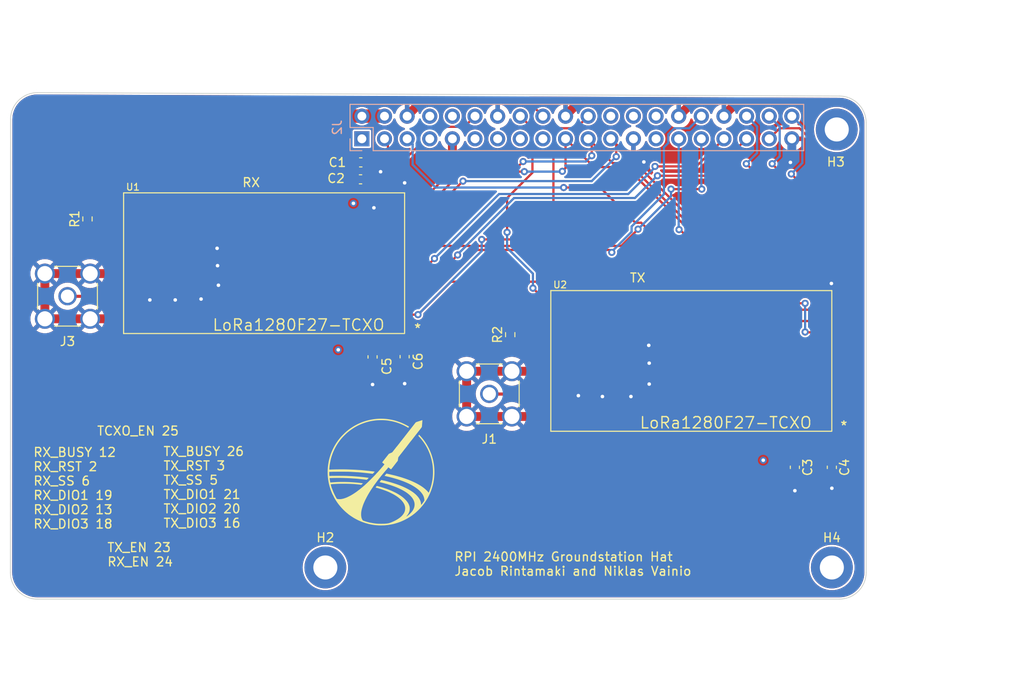
<source format=kicad_pcb>
(kicad_pcb (version 20240108) (generator "pcbnew") (generator_version "8.0")
  (title_block (title "Groundstation Hat") (date "2024-01-31"))
  (layers (0 "F.Cu" signal) (1 "In1.Cu" signal) (2 "In2.Cu" signal) (31 "B.Cu" signal) (34 "B.Paste" user) (35 "F.Paste" user) (36 "B.SilkS" user "B.Silkscreen") (37 "F.SilkS" user "F.Silkscreen") (38 "B.Mask" user) (39 "F.Mask" user) (44 "Edge.Cuts" user))
  (net 0 "")
  (net 1 "+5V")
  (net 2 "GND")
  (net 4 "RX_RST")
  (net 5 "TX_RST")
  (net 8 "RF_IO6")
  (net 11 "RF_TX_EN")
  (net 13 "RF_RX_EN")
  (net 14 "MOSI")
  (net 15 "MISO")
  (net 16 "TCXO_EN")
  (net 17 "SCLK")
  (net 22 "TX_CS")
  (net 23 "RX_CS")
  (net 24 "TX_BUSY")
  (net 25 "RF_IO4")
  (net 26 "RF_IO1")
  (net 27 "RF_IO5")
  (net 28 "RF_IO2")
  (net 29 "RF_IO3")
  (net 30 "Net-(J3-In)")
  (net 31 "RX_BUSY")
  (net 32 "Net-(U1-TXEN)")
  (net 33 "Net-(U2-RXEN)")
  (net 36 "Net-(J1-In)")
  (footprint "ssi_connector:SMA_Amphenol_901-144_horizontal" (layer "F.Cu") (at 140.11 99.18 180)
    (property "Reference" "J3" (at 0 -5.08 180) (layer "F.SilkS"))
    (property "Value" "Amphenol_901-144")
    (pad "1" thru_hole circle (at 0 0 180) (size 2.05 2.05) (drill 1.5) (layers "*.Cu" "*.Mask") (net 30 "Net-(J3-In)"))
    (pad "2" thru_hole circle (at -2.54 -2.54 180) (size 2.25 2.25) (drill 1.7) (layers "*.Cu" "*.Mask") (net 2 "GND"))
    (pad "2" thru_hole circle (at -2.54 2.54 180) (size 2.25 2.25) (drill 1.7) (layers "*.Cu" "*.Mask") (net 2 "GND"))
    (pad "2" thru_hole circle (at 2.54 -2.54 180) (size 2.25 2.25) (drill 1.7) (layers "*.Cu" "*.Mask") (net 2 "GND"))
    (pad "2" thru_hole circle (at 2.54 2.54 180) (size 2.25 2.25) (drill 1.7) (layers "*.Cu" "*.Mask") (net 2 "GND"))
  )
  (footprint "Resistor_SMD:R_0603_1608Metric" (layer "F.Cu") (at 142.35 90.5 90)
    (property "Reference" "R1" (at 0 -1.43 90) (layer "F.SilkS"))
    (property "Value" "10k")
    (pad "1" smd roundrect (at -0.825 0 90) (size 0.8 0.95) (layers "F.Cu" "F.Paste" "F.Mask") (net 2 "GND"))
    (pad "2" smd roundrect (at 0.825 0 90) (size 0.8 0.95) (layers "F.Cu" "F.Paste" "F.Mask") (net 32 "Net-(U1-TXEN)"))
  )
  (footprint "ssi_drawings:logo_SSI_medium" (layer "F.Cu") (at 175.174473 120.644051)
    (property "Reference" "G***" (hide yes))
    (property "Value" "logo_SSI_medium" (hide yes))
  )
  (footprint "MountingHole:MountingHole_2.7mm_M2.5_DIN965_Pad" (layer "F.Cu") (at 225.9 129.65)
    (property "Reference" "H4" (at 0 -3.35 0) (layer "F.SilkS"))
    (property "Value" "MountingHole")
    (pad "1" thru_hole circle (at 0 0) (size 4.7 4.7) (drill 2.7) (layers "*.Cu" "*.Mask"))
  )
  (footprint "Capacitor_SMD:C_0603_1608Metric" (layer "F.Cu") (at 221.75 118.4 -90)
    (property "Reference" "C3" (at 0 -1.43 90) (layer "F.SilkS"))
    (property "Value" "10uF")
    (pad "1" smd roundrect (at -0.775 0 270) (size 0.9 0.95) (layers "F.Cu" "F.Paste" "F.Mask") (net 1 "+5V"))
    (pad "2" smd roundrect (at 0.775 0 270) (size 0.9 0.95) (layers "F.Cu" "F.Paste" "F.Mask") (net 2 "GND"))
  )
  (footprint "Capacitor_SMD:C_0603_1608Metric" (layer "F.Cu") (at 173.025 84.15)
    (property "Reference" "C1" (at -2.625 0 0) (layer "F.SilkS"))
    (property "Value" "10uF")
    (pad "1" smd roundrect (at -0.775 0) (size 0.9 0.95) (layers "F.Cu" "F.Paste" "F.Mask") (net 1 "+5V"))
    (pad "2" smd roundrect (at 0.775 0) (size 0.9 0.95) (layers "F.Cu" "F.Paste" "F.Mask") (net 2 "GND"))
  )
  (footprint "Capacitor_SMD:C_0603_1608Metric" (layer "F.Cu") (at 177.95 105.975 -90)
    (property "Reference" "C6" (at 0.525 -1.5 90) (layer "F.SilkS"))
    (property "Value" "0.1uF")
    (pad "1" smd roundrect (at -0.775 0 270) (size 0.9 0.95) (layers "F.Cu" "F.Paste" "F.Mask") (net 1 "+5V"))
    (pad "2" smd roundrect (at 0.775 0 270) (size 0.9 0.95) (layers "F.Cu" "F.Paste" "F.Mask") (net 2 "GND"))
  )
  (footprint "MountingHole:MountingHole_2.7mm_M2.5_DIN965_Pad" (layer "F.Cu") (at 226.45 80.45)
    (property "Reference" "H3" (at -0.1 3.65 0) (layer "F.SilkS"))
    (property "Value" "MountingHole")
    (pad "1" thru_hole circle (at 0 0) (size 4.7 4.7) (drill 2.7) (layers "*.Cu" "*.Mask"))
  )
  (footprint "Capacitor_SMD:C_0603_1608Metric" (layer "F.Cu") (at 174.35 106 -90)
    (property "Reference" "C5" (at 1.05 -1.6 90) (layer "F.SilkS"))
    (property "Value" "10uF")
    (pad "1" smd roundrect (at -0.775 0 270) (size 0.9 0.95) (layers "F.Cu" "F.Paste" "F.Mask") (net 1 "+5V"))
    (pad "2" smd roundrect (at 0.775 0 270) (size 0.9 0.95) (layers "F.Cu" "F.Paste" "F.Mask") (net 2 "GND"))
  )
  (footprint "ssi_connector:SMA_Amphenol_901-144_horizontal" (layer "F.Cu") (at 187.45 110.15 180)
    (property "Reference" "J1" (at 0 -5.08 180) (layer "F.SilkS"))
    (property "Value" "Amphenol_901-144")
    (pad "1" thru_hole circle (at 0 0 180) (size 2.05 2.05) (drill 1.5) (layers "*.Cu" "*.Mask") (net 36 "Net-(J1-In)"))
    (pad "2" thru_hole circle (at -2.54 -2.54 180) (size 2.25 2.25) (drill 1.7) (layers "*.Cu" "*.Mask") (net 2 "GND"))
    (pad "2" thru_hole circle (at -2.54 2.54 180) (size 2.25 2.25) (drill 1.7) (layers "*.Cu" "*.Mask") (net 2 "GND"))
    (pad "2" thru_hole circle (at 2.54 -2.54 180) (size 2.25 2.25) (drill 1.7) (layers "*.Cu" "*.Mask") (net 2 "GND"))
    (pad "2" thru_hole circle (at 2.54 2.54 180) (size 2.25 2.25) (drill 1.7) (layers "*.Cu" "*.Mask") (net 2 "GND"))
  )
  (footprint "Capacitor_SMD:C_0603_1608Metric" (layer "F.Cu") (at 173 86.05)
    (property "Reference" "C2" (at -2.75 -0.1 0) (layer "F.SilkS"))
    (property "Value" "0.1uF")
    (pad "1" smd roundrect (at -0.775 0) (size 0.9 0.95) (layers "F.Cu" "F.Paste" "F.Mask") (net 1 "+5V"))
    (pad "2" smd roundrect (at 0.775 0) (size 0.9 0.95) (layers "F.Cu" "F.Paste" "F.Mask") (net 2 "GND"))
  )
  (footprint "ssi_IC:LORA128XF27" (layer "F.Cu") (at 194.355 99.15)
    (property "Reference" "U2" (at 0.2 -1.7 0) (layer "F.SilkS") (effects (font (size 0.762 0.762) (thickness 0.127)) (justify left top)))
    (property "Value" "LoRa1280F27-TCXO" (at 9.9 13.5 0) (layer "F.SilkS") (effects (font (size 1.27 1.27)) (justify left top)))
    (fp_text user "*" (at 32.415 15.17 0) (layer "F.SilkS") (effects (justify left bottom)))
    (pad "1" smd rect (at 31.54 14.25 180) (size 1.5 0.975) (layers "F.Cu" "F.Paste" "F.Mask") (net 1 "+5V"))
    (pad "2" smd rect (at 31.54 12.98 180) (size 1.5 0.975) (layers "F.Cu" "F.Paste" "F.Mask") (net 16 "TCXO_EN"))
    (pad "3" smd rect (at 31.54 11.71 180) (size 1.5 0.975) (layers "F.Cu" "F.Paste" "F.Mask") (net 5 "TX_RST"))
    (pad "4" smd rect (at 31.54 10.44 180) (size 1.5 0.975) (layers "F.Cu" "F.Paste" "F.Mask") (net 24 "TX_BUSY"))
    (pad "5" smd rect (at 31.54 9.17 180) (size 1.5 0.975) (layers "F.Cu" "F.Paste" "F.Mask") (net 26 "RF_IO1"))
    (pad "6" smd rect (at 31.54 7.9 180) (size 1.5 0.975) (layers "F.Cu" "F.Paste" "F.Mask") (net 28 "RF_IO2"))
    (pad "7" smd rect (at 31.54 6.63 180) (size 1.5 0.975) (layers "F.Cu" "F.Paste" "F.Mask") (net 29 "RF_IO3"))
    (pad "8" smd rect (at 31.54 5.36 180) (size 1.5 0.975) (layers "F.Cu" "F.Paste" "F.Mask") (net 22 "TX_CS"))
    (pad "9" smd rect (at 31.54 4.09 180) (size 1.5 0.975) (layers "F.Cu" "F.Paste" "F.Mask") (net 17 "SCLK"))
    (pad "10" smd rect (at 31.54 2.82 180) (size 1.5 0.975) (layers "F.Cu" "F.Paste" "F.Mask") (net 14 "MOSI"))
    (pad "11" smd rect (at 31.54 1.55 180) (size 1.5 0.975) (layers "F.Cu" "F.Paste" "F.Mask") (net 15 "MISO"))
    (pad "12" smd rect (at 31.54 0.28 180) (size 1.5 0.975) (layers "F.Cu" "F.Paste" "F.Mask") (net 2 "GND"))
    (pad "13" smd rect (at 0 1.5 180) (size 2 1.3) (layers "F.Cu" "F.Paste" "F.Mask") (net 11 "RF_TX_EN"))
    (pad "14" smd rect (at 0 3.5 180) (size 2 1.3) (layers "F.Cu" "F.Paste" "F.Mask") (net 33 "Net-(U2-RXEN)"))
    (pad "15" smd rect (at 0 5.5 180) (size 2 1.3) (layers "F.Cu" "F.Paste" "F.Mask") (net 2 "GND"))
    (pad "16" smd rect (at 0 7.5 180) (size 2 1.3) (layers "F.Cu" "F.Paste" "F.Mask") (net 2 "GND"))
    (pad "17" smd rect (at 0 11.02 180) (size 2 1.3) (layers "F.Cu" "F.Paste" "F.Mask") (net 36 "Net-(J1-In)"))
    (pad "18" smd rect (at 0 13.02 180) (size 2 1.3) (layers "F.Cu" "F.Paste" "F.Mask") (net 2 "GND"))
    (pad "19" smd rect (at 5.9 7.75 180) (size 7.3 5.1) (layers "F.Cu" "F.Paste" "F.Mask") (net 2 "GND"))
  )
  (footprint "Resistor_SMD:R_0603_1608Metric" (layer "F.Cu") (at 189.8 103.5 90)
    (property "Reference" "R2" (at 0 -1.43 90) (layer "F.SilkS"))
    (property "Value" "10k")
    (pad "1" smd roundrect (at -0.825 0 90) (size 0.8 0.95) (layers "F.Cu" "F.Paste" "F.Mask") (net 2 "GND"))
    (pad "2" smd roundrect (at 0.825 0 90) (size 0.8 0.95) (layers "F.Cu" "F.Paste" "F.Mask") (net 33 "Net-(U2-RXEN)"))
  )
  (footprint "MountingHole:MountingHole_2.7mm_M2.5_DIN965_Pad" (layer "F.Cu") (at 169.05 129.65)
    (property "Reference" "H2" (at 0 -3.35 0) (layer "F.SilkS"))
    (property "Value" "MountingHole")
    (pad "1" thru_hole circle (at 0 0) (size 4.7 4.7) (drill 2.7) (layers "*.Cu" "*.Mask"))
  )
  (footprint "Capacitor_SMD:C_0603_1608Metric" (layer "F.Cu") (at 225.9 118.4 -90)
    (property "Reference" "C4" (at 0 -1.43 90) (layer "F.SilkS"))
    (property "Value" "0.1uF")
    (pad "1" smd roundrect (at -0.775 0 270) (size 0.9 0.95) (layers "F.Cu" "F.Paste" "F.Mask") (net 1 "+5V"))
    (pad "2" smd roundrect (at 0.775 0 270) (size 0.9 0.95) (layers "F.Cu" "F.Paste" "F.Mask") (net 2 "GND"))
  )
  (footprint "ssi_IC:LORA128XF27" (layer "F.Cu") (at 146.405 88.17)
    (property "Reference" "U1" (at 0.2 -1.7 0) (layer "F.SilkS") (effects (font (size 0.762 0.762) (thickness 0.127)) (justify left top)))
    (property "Value" "LoRa1280F27-TCXO" (at 9.9 13.5 0) (layer "F.SilkS") (effects (font (size 1.27 1.27)) (justify left top)))
    (fp_text user "*" (at 32.525 15.22 0) (layer "F.SilkS") (effects (justify left bottom)))
    (pad "1" smd rect (at 31.54 14.25 180) (size 1.5 0.975) (layers "F.Cu" "F.Paste" "F.Mask") (net 1 "+5V"))
    (pad "2" smd rect (at 31.54 12.98 180) (size 1.5 0.975) (layers "F.Cu" "F.Paste" "F.Mask") (net 16 "TCXO_EN"))
    (pad "3" smd rect (at 31.54 11.71 180) (size 1.5 0.975) (layers "F.Cu" "F.Paste" "F.Mask") (net 4 "RX_RST"))
    (pad "4" smd rect (at 31.54 10.44 180) (size 1.5 0.975) (layers "F.Cu" "F.Paste" "F.Mask") (net 31 "RX_BUSY"))
    (pad "5" smd rect (at 31.54 9.17 180) (size 1.5 0.975) (layers "F.Cu" "F.Paste" "F.Mask") (net 25 "RF_IO4"))
    (pad "6" smd rect (at 31.54 7.9 180) (size 1.5 0.975) (layers "F.Cu" "F.Paste" "F.Mask") (net 27 "RF_IO5"))
    (pad "7" smd rect (at 31.54 6.63 180) (size 1.5 0.975) (layers "F.Cu" "F.Paste" "F.Mask") (net 8 "RF_IO6"))
    (pad "8" smd rect (at 31.54 5.36 180) (size 1.5 0.975) (layers "F.Cu" "F.Paste" "F.Mask") (net 23 "RX_CS"))
    (pad "9" smd rect (at 31.54 4.09 180) (size 1.5 0.975) (layers "F.Cu" "F.Paste" "F.Mask") (net 17 "SCLK"))
    (pad "10" smd rect (at 31.54 2.82 180) (size 1.5 0.975) (layers "F.Cu" "F.Paste" "F.Mask") (net 14 "MOSI"))
    (pad "11" smd rect (at 31.54 1.55 180) (size 1.5 0.975) (layers "F.Cu" "F.Paste" "F.Mask") (net 15 "MISO"))
    (pad "12" smd rect (at 31.54 0.28 180) (size 1.5 0.975) (layers "F.Cu" "F.Paste" "F.Mask") (net 2 "GND"))
    (pad "13" smd rect (at 0 1.5 180) (size 2 1.3) (layers "F.Cu" "F.Paste" "F.Mask") (net 32 "Net-(U1-TXEN)"))
    (pad "14" smd rect (at 0 3.5 180) (size 2 1.3) (layers "F.Cu" "F.Paste" "F.Mask") (net 13 "RF_RX_EN"))
    (pad "15" smd rect (at 0 5.5 180) (size 2 1.3) (layers "F.Cu" "F.Paste" "F.Mask") (net 2 "GND"))
    (pad "16" smd rect (at 0 7.5 180) (size 2 1.3) (layers "F.Cu" "F.Paste" "F.Mask") (net 2 "GND"))
    (pad "17" smd rect (at 0 11.02 180) (size 2 1.3) (layers "F.Cu" "F.Paste" "F.Mask") (net 30 "Net-(J3-In)"))
    (pad "18" smd rect (at 0 13.02 180) (size 2 1.3) (layers "F.Cu" "F.Paste" "F.Mask") (net 2 "GND"))
    (pad "19" smd rect (at 5.9 7.75 180) (size 7.3 5.1) (layers "F.Cu" "F.Paste" "F.Mask") (net 2 "GND"))
  )
  (footprint "ssi_connector:PRT-21570" (layer "B.Cu") (at 173.15 81.5 -90)
    (property "Reference" "J2" (at -1.27 2.77 90) (layer "B.SilkS") (effects (justify mirror)))
    (property "Value" "PRT-21570")
    (pad "1" thru_hole rect (at 0 0 270) (size 1.7 1.7) (drill 1) (layers "*.Cu" "*.Mask"))
    (pad "2" thru_hole oval (at -2.54 0 270) (size 1.7 1.7) (drill 1) (layers "*.Cu" "*.Mask") (net 1 "+5V"))
    (pad "3" thru_hole oval (at 0 -2.54 270) (size 1.7 1.7) (drill 1) (layers "*.Cu" "*.Mask") (net 4 "RX_RST"))
    (pad "4" thru_hole oval (at -2.54 -2.54 270) (size 1.7 1.7) (drill 1) (layers "*.Cu" "*.Mask") (net 1 "+5V"))
    (pad "5" thru_hole oval (at 0 -5.08 270) (size 1.7 1.7) (drill 1) (layers "*.Cu" "*.Mask") (net 5 "TX_RST"))
    (pad "6" thru_hole oval (at -2.54 -5.08 270) (size 1.7 1.7) (drill 1) (layers "*.Cu" "*.Mask") (net 2 "GND"))
    (pad "7" thru_hole oval (at 0 -7.62 270) (size 1.7 1.7) (drill 1) (layers "*.Cu" "*.Mask"))
    (pad "8" thru_hole oval (at -2.54 -7.62 270) (size 1.7 1.7) (drill 1) (layers "*.Cu" "*.Mask"))
    (pad "9" thru_hole oval (at 0 -10.16 270) (size 1.7 1.7) (drill 1) (layers "*.Cu" "*.Mask") (net 2 "GND"))
    (pad "10" thru_hole oval (at -2.54 -10.16 270) (size 1.7 1.7) (drill 1) (layers "*.Cu" "*.Mask"))
    (pad "11" thru_hole oval (at 0 -12.7 270) (size 1.7 1.7) (drill 1) (layers "*.Cu" "*.Mask"))
    (pad "12" thru_hole oval (at -2.54 -12.7 270) (size 1.7 1.7) (drill 1) (layers "*.Cu" "*.Mask") (net 8 "RF_IO6"))
    (pad "13" thru_hole oval (at 0 -15.24 270) (size 1.7 1.7) (drill 1) (layers "*.Cu" "*.Mask"))
    (pad "14" thru_hole oval (at -2.54 -15.24 270) (size 1.7 1.7) (drill 1) (layers "*.Cu" "*.Mask") (net 2 "GND"))
    (pad "15" thru_hole oval (at 0 -17.78 270) (size 1.7 1.7) (drill 1) (layers "*.Cu" "*.Mask"))
    (pad "16" thru_hole oval (at -2.54 -17.78 270) (size 1.7 1.7) (drill 1) (layers "*.Cu" "*.Mask") (net 11 "RF_TX_EN"))
    (pad "17" thru_hole oval (at 0 -20.32 270) (size 1.7 1.7) (drill 1) (layers "*.Cu" "*.Mask"))
    (pad "18" thru_hole oval (at -2.54 -20.32 270) (size 1.7 1.7) (drill 1) (layers "*.Cu" "*.Mask") (net 13 "RF_RX_EN"))
    (pad "19" thru_hole oval (at 0 -22.86 270) (size 1.7 1.7) (drill 1) (layers "*.Cu" "*.Mask") (net 14 "MOSI"))
    (pad "20" thru_hole oval (at -2.54 -22.86 270) (size 1.7 1.7) (drill 1) (layers "*.Cu" "*.Mask") (net 2 "GND"))
    (pad "21" thru_hole oval (at 0 -25.4 270) (size 1.7 1.7) (drill 1) (layers "*.Cu" "*.Mask") (net 15 "MISO"))
    (pad "22" thru_hole oval (at -2.54 -25.4 270) (size 1.7 1.7) (drill 1) (layers "*.Cu" "*.Mask") (net 16 "TCXO_EN"))
    (pad "23" thru_hole oval (at 0 -27.94 270) (size 1.7 1.7) (drill 1) (layers "*.Cu" "*.Mask") (net 17 "SCLK"))
    (pad "24" thru_hole oval (at -2.54 -27.94 270) (size 1.7 1.7) (drill 1) (layers "*.Cu" "*.Mask"))
    (pad "25" thru_hole oval (at 0 -30.48 270) (size 1.7 1.7) (drill 1) (layers "*.Cu" "*.Mask") (net 2 "GND"))
    (pad "26" thru_hole oval (at -2.54 -30.48 270) (size 1.7 1.7) (drill 1) (layers "*.Cu" "*.Mask"))
    (pad "27" thru_hole oval (at 0 -33.02 270) (size 1.7 1.7) (drill 1) (layers "*.Cu" "*.Mask"))
    (pad "28" thru_hole oval (at -2.54 -33.02 270) (size 1.7 1.7) (drill 1) (layers "*.Cu" "*.Mask"))
    (pad "29" thru_hole oval (at 0 -35.56 270) (size 1.7 1.7) (drill 1) (layers "*.Cu" "*.Mask") (net 22 "TX_CS"))
    (pad "30" thru_hole oval (at -2.54 -35.56 270) (size 1.7 1.7) (drill 1) (layers "*.Cu" "*.Mask") (net 2 "GND"))
    (pad "31" thru_hole oval (at 0 -38.1 270) (size 1.7 1.7) (drill 1) (layers "*.Cu" "*.Mask") (net 23 "RX_CS"))
    (pad "32" thru_hole oval (at -2.54 -38.1 270) (size 1.7 1.7) (drill 1) (layers "*.Cu" "*.Mask") (net 31 "RX_BUSY"))
    (pad "33" thru_hole oval (at 0 -40.64 270) (size 1.7 1.7) (drill 1) (layers "*.Cu" "*.Mask") (net 27 "RF_IO5"))
    (pad "34" thru_hole oval (at -2.54 -40.64 270) (size 1.7 1.7) (drill 1) (layers "*.Cu" "*.Mask") (net 2 "GND"))
    (pad "35" thru_hole oval (at 0 -43.18 270) (size 1.7 1.7) (drill 1) (layers "*.Cu" "*.Mask") (net 25 "RF_IO4"))
    (pad "36" thru_hole oval (at -2.54 -43.18 270) (size 1.7 1.7) (drill 1) (layers "*.Cu" "*.Mask") (net 29 "RF_IO3"))
    (pad "37" thru_hole oval (at 0 -45.72 270) (size 1.7 1.7) (drill 1) (layers "*.Cu" "*.Mask") (net 24 "TX_BUSY"))
    (pad "38" thru_hole oval (at -2.54 -45.72 270) (size 1.7 1.7) (drill 1) (layers "*.Cu" "*.Mask") (net 28 "RF_IO2"))
    (pad "39" thru_hole oval (at 0 -48.26 270) (size 1.7 1.7) (drill 1) (layers "*.Cu" "*.Mask") (net 2 "GND"))
    (pad "40" thru_hole oval (at -2.54 -48.26 270) (size 1.7 1.7) (drill 1) (layers "*.Cu" "*.Mask") (net 26 "RF_IO1"))
  )
  (gr_arc (start 226.75 76.700001) (mid 228.87132 77.578681) (end 229.75 79.700001) (stroke (width 0.1)) (layer "Edge.Cuts"))
  (gr_line (start 136.7 133.2) (end 226.75 133.200001) (stroke (width 0.1)) (layer "Edge.Cuts"))
  (gr_line (start 229.75 79.700001) (end 229.75 130.200001) (stroke (width 0.1)) (layer "Edge.Cuts"))
  (gr_line (start 136.72132 76.32132) (end 226.75 76.700001) (stroke (width 0.1)) (layer "Edge.Cuts"))
  (gr_line (start 133.72132 79.32132) (end 133.7 130.2) (stroke (width 0.1)) (layer "Edge.Cuts"))
  (gr_arc (start 229.75 130.200001) (mid 228.87132 132.321321) (end 226.75 133.200001) (stroke (width 0.1)) (layer "Edge.Cuts"))
  (gr_arc (start 136.7 133.2) (mid 134.57868 132.32132) (end 133.7 130.2) (stroke (width 0.1)) (layer "Edge.Cuts"))
  (gr_arc (start 133.72132 79.32132) (mid 134.6 77.2) (end 136.72132 76.32132) (stroke (width 0.1)) (layer "Edge.Cuts"))
  (gr_text "RX_BUSY 12 \nRX_RST 2 \nRX_SS 6 \nRX_DIO1 19\nRX_DIO2 13\nRX_DIO3 18 \n" (at 136.2 125.35 0) (layer "F.SilkS") (effects (font (size 1 1)) (justify left bottom)))
  (gr_text "TX" (at 203.15 97.7 0) (layer "F.SilkS") (effects (font (size 1 1)) (justify left bottom)))
  (gr_text "RX" (at 159.65 87 0) (layer "F.SilkS") (effects (font (size 1 1)) (justify left bottom)))
  (gr_text "TX_EN 23 \nRX_EN 24\n" (at 144.5 129.6 0) (layer "F.SilkS") (effects (font (size 1 1)) (justify left bottom)))
  (gr_text "TX_BUSY 26 \nTX_RST 3\nTX_SS 5 \nTX_DIO1 21\nTX_DIO2 20\nTX_DIO3 16 \n" (at 150.8 125.25 0) (layer "F.SilkS") (effects (font (size 1 1)) (justify left bottom)))
  (gr_text "RPI 2400MHz Groundstation Hat \nJacob Rintamaki and Niklas Vainio" (at 183.45 130.65 0) (layer "F.SilkS") (effects (font (size 1 1)) (justify left bottom)))
  (gr_text "TCXO_EN 25" (at 143.35 114.9 0) (layer "F.SilkS") (effects (font (size 1 1)) (justify left bottom)))
  (segment (start 225.9 117.625) (end 225.9 113.5725) (width 1.5) (layer "F.Cu") (net 1))
  (segment (start 172.225 88.725) (end 172.2 88.75) (width 1.5) (layer "F.Cu") (net 1))
  (segment (start 171.947919 78.95) (end 173.15 78.95) (width 1.5) (layer "F.Cu") (net 1))
  (segment (start 172.25 84.15) (end 172.21 84.15) (width 1.5) (layer "F.Cu") (net 1))
  (segment (start 218.225 117.625) (end 218.2 117.6) (width 1) (layer "F.Cu") (net 1))
  (segment (start 170.35 82.29) (end 170.35 80.547919) (width 1.5) (layer "F.Cu") (net 1))
  (segment (start 177.945 105.195) (end 177.945 102.5875) (width 1.5) (layer "F.Cu") (net 1))
  (segment (start 225.895 117.62) (end 225.9 117.625) (width 0.25) (layer "F.Cu") (net 1))
  (segment (start 172.25 86.025) (end 172.225 86.05) (width 1.5) (layer "F.Cu") (net 1))
  (segment (start 170.525 105.225) (end 170.5 105.2) (width 1.5) (layer "F.Cu") (net 1))
  (segment (start 172.225 86.05) (end 172.225 88.525) (width 1.5) (layer "F.Cu") (net 1))
  (segment (start 173.15 78.95) (end 175.69 78.95) (width 1.5) (layer "F.Cu") (net 1))
  (segment (start 177.95 105.2) (end 174.375 105.2) (width 1.5) (layer "F.Cu") (net 1))
  (segment (start 221.75 117.625) (end 218.225 117.625) (width 1.5) (layer "F.Cu") (net 1))
  (segment (start 174.35 105.225) (end 170.525 105.225) (width 1.5) (layer "F.Cu") (net 1))
  (segment (start 225.89 117.625) (end 221.75 117.625) (width 1.5) (layer "F.Cu") (net 1))
  (segment (start 170.35 80.547919) (end 171.947919 78.95) (width 1.5) (layer "F.Cu") (net 1))
  (segment (start 172.225 88.525) (end 172.225 88.725) (width 1.5) (layer "F.Cu") (net 1))
  (segment (start 225.9 113.5725) (end 225.895 113.5675) (width 0.25) (layer "F.Cu") (net 1))
  (segment (start 225.895 117.62) (end 225.89 117.625) (width 0.25) (layer "F.Cu") (net 1))
  (segment (start 172.25 84.15) (end 172.25 86.025) (width 1.5) (layer "F.Cu") (net 1))
  (segment (start 172.21 84.15) (end 170.35 82.29) (width 1.5) (layer "F.Cu") (net 1))
  (via (at 172.2 88.75) (size 0.8) (drill 0.4) (layers "F.Cu" "B.Cu") (net 1))
  (via (at 218.2 117.6) (size 0.8) (drill 0.4) (layers "F.Cu" "B.Cu") (net 1))
  (via (at 170.5 105.2) (size 0.8) (drill 0.4) (layers "F.Cu" "B.Cu") (net 1))
  (segment (start 174.2 84.15) (end 175.25 85.2) (width 1) (layer "F.Cu") (net 2))
  (segment (start 193.395 107.61) (end 194.355 106.65) (width 1) (layer "F.Cu") (net 2))
  (segment (start 189.99 107.61) (end 184.91 107.61) (width 1) (layer "F.Cu") (net 2))
  (segment (start 153.98 95.92) (end 154 95.9) (width 0.25) (layer "F.Cu") (net 2))
  (segment (start 177.945 88.45) (end 177.945 86.455) (width 1) (layer "F.Cu") (net 2))
  (segment (start 183.31 81.49) (end 183.31 83.04) (width 1) (layer "F.Cu") (net 2))
  (segment (start 145.875 101.72) (end 146.405 101.19) (width 1) (layer "F.Cu") (net 2))
  (segment (start 173.775 86.05) (end 173.775 88.225) (width 1) (layer "F.Cu") (net 2))
  (segment (start 177.945 86.455) (end 177.95 86.45) (width 0.25) (layer "F.Cu") (net 2))
  (segment (start 150.055 93.67) (end 152.1925 95.8075) (width 0.25) (layer "F.Cu") (net 2))
  (segment (start 173.8 88.55) (end 174.5 89.25) (width 1) (layer "F.Cu") (net 2))
  (segment (start 152.305 95.92) (end 153.98 95.92) (width 0.25) (layer "F.Cu") (net 2))
  (segment (start 146.405 93.67) (end 150.055 93.67) (width 1) (layer "F.Cu") (net 2))
  (segment (start 142.35 91.35) (end 144.67 93.67) (width 1) (layer "F.Cu") (net 2))
  (segment (start 183.31 83.04) (end 182.6 83.75) (width 1) (layer "F.Cu") (net 2))
  (segment (start 184.91 112.69) (end 184.91 107.61) (width 1) (layer "F.Cu") (net 2))
  (segment (start 225.9 119.175) (end 225.9 120.75) (width 1) (layer "F.Cu") (net 2))
  (segment (start 152.055 95.67) (end 152.305 95.92) (width 1) (layer "F.Cu") (net 2))
  (segment (start 208.71 78.94) (end 210.15 77.5) (width 1) (layer "F.Cu") (net 2))
  (segment (start 137.57 96.64) (end 142.65 96.64) (width 1) (layer "F.Cu") (net 2))
  (segment (start 194.355 104.65) (end 194.355 106.65) (width 1) (layer "F.Cu") (net 2))
  (segment (start 178.23 78.92) (end 179.25 77.9) (width 1) (layer "F.Cu") (net 2))
  (segment (start 142.65 96.64) (end 145.435 96.64) (width 1) (layer "F.Cu") (net 2))
  (segment (start 142.65 101.72) (end 145.875 101.72) (width 1) (layer "F.Cu") (net 2))
  (segment (start 137.57 101.72) (end 142.65 101.72) (width 1) (layer "F.Cu") (net 2))
  (segment (start 221.75 119.175) (end 221.75 121.025) (width 1) (layer "F.Cu") (net 2))
  (segment (start 208.71 78.95) (end 208.71 78.94) (width 0.25) (layer "F.Cu") (net 2))
  (segment (start 173.775 88.225) (end 173.8 88.25) (width 0.25) (layer "F.Cu") (net 2))
  (segment (start 177.95 106.75) (end 177.95 109) (width 1) (layer "F.Cu") (net 2))
  (segment (start 137.57 101.72) (end 137.57 96.64) (width 1) (layer "F.Cu") (net 2))
  (segment (start 193.835 112.69) (end 194.355 112.17) (width 1) (layer "F.Cu") (net 2))
  (segment (start 178.23 78.95) (end 178.23 78.92) (width 0.25) (layer "F.Cu") (net 2))
  (segment (start 189.99 112.69) (end 184.91 112.69) (width 1) (layer "F.Cu") (net 2))
  (segment (start 152.305 97.495) (end 152.2 97.6) (width 0.25) (layer "F.Cu") (net 2))
  (segment (start 173.8 88.25) (end 173.8 88.55) (width 0.25) (layer "F.Cu") (net 2))
  (segment (start 194.355 106.65) (end 200.005 106.65) (width 1) (layer "F.Cu") (net 2))
  (segment (start 146.405 95.67) (end 152.055 95.67) (width 1) (layer "F.Cu") (net 2))
  (segment (start 144.67 93.67) (end 146.405 93.67) (width 1) (layer "F.Cu") (net 2))
  (segment (start 152.305 95.92) (end 152.1925 95.8075) (width 0.25) (layer "F.Cu") (net 2))
  (segment (start 173.8 84.15) (end 174.45 84.15) (width 1) (layer "F.Cu") (net 2))
  (segment (start 196.01 78.95) (end 196.01 78.89) (width 0.25) (layer "F.Cu") (net 2))
  (segment (start 203.63 82.93) (end 204.8 84.1) (width 0.25) (layer "F.Cu") (net 2))
  (segment (start 213.79 78.86) (end 215.1 77.55) (width 1) (layer "F.Cu") (net 2))
  (segment (start 225.895 99.43) (end 225.895 97.795) (width 1) (layer "F.Cu") (net 2))
  (segment (start 213.79 78.95) (end 213.79 78.86) (width 0.25) (layer "F.Cu") (net 2))
  (segment (start 196.01 78.89) (end 197.45 77.45) (width 1) (layer "F.Cu") (net 2))
  (segment (start 174.35 106.775) (end 174.35 109.1) (width 1) (layer "F.Cu") (net 2))
  (segment (start 189.99 107.61) (end 193.395 107.61) (width 1) (layer "F.Cu") (net 2))
  (segment (start 203.63 81.49) (end 203.63 82.93) (width 0.25) (layer "F.Cu") (net 2))
  (segment (start 145.435 96.64) (end 146.405 95.67) (width 1) (layer "F.Cu") (net 2))
  (segment (start 173.8 84.15) (end 174.2 84.15) (width 1) (layer "F.Cu") (net 2))
  (segment (start 225.895 97.795) (end 225.85 97.75) (width 0.25) (layer "F.Cu") (net 2))
  (segment (start 189.99 112.69) (end 193.835 112.69) (width 1) (layer "F.Cu") (net 2))
  (segment (start 189.8 104.35) (end 194.055 104.35) (width 1) (layer "F.Cu") (net 2))
  (segment (start 200.005 106.65) (end 200.255 106.9) (width 0.25) (layer "F.Cu") (net 2))
  (via (at 225.85 97.75) (size 0.8) (drill 0.4) (layers "F.Cu" "B.Cu") (net 2))
  (via (at 204.8 84.1) (size 0.8) (drill 0.4) (layers "F.Cu" "B.Cu") (net 2))
  (via (at 203.35 110.45) (size 0.8) (drill 0.4) (layers "F.Cu" "B.Cu") (net 2))
  (via (at 149.35 99.6) (size 0.8) (drill 0.4) (layers "F.Cu" "B.Cu") (net 2))
  (via (at 155.1 99.5) (size 0.8) (drill 0.4) (layers "F.Cu" "B.Cu") (net 2))
  (via (at 205.4 106.7) (size 0.8) (drill 0.4) (layers "F.Cu" "B.Cu") (net 2))
  (via (at 156.95 95.75) (size 0.8) (drill 0.4) (layers "F.Cu" "B.Cu") (net 2))
  (via (at 152.2 99.6) (size 0.8) (drill 0.4) (layers "F.Cu" "B.Cu") (net 2))
  (via (at 197.45 110.35) (size 0.8) (drill 0.4) (layers "F.Cu" "B.Cu") (net 2))
  (via (at 156.9 93.8) (size 0.8) (drill 0.4) (layers "F.Cu" "B.Cu") (net 2))
  (via (at 157.05 97.95) (size 0.8) (drill 0.4) (layers "F.Cu" "B.Cu") (net 2))
  (via (at 200.15 110.45) (size 0.8) (drill 0.4) (layers "F.Cu" "B.Cu") (net 2))
  (via (at 174.5 89.25) (size 0.8) (drill 0.4) (layers "F.Cu" "B.Cu") (net 2))
  (via (at 221.25 84.15) (size 0.8) (drill 0.4) (layers "F.Cu" "B.Cu") (net 2))
  (via (at 205.4 109.05) (size 0.8) (drill 0.4) (layers "F.Cu" "B.Cu") (net 2))
  (via (at 175.25 85.2) (size 0.8) (drill 0.4) (layers "F.Cu" "B.Cu") (net 2))
  (via (at 205.35 104.7) (size 0.8) (drill 0.4) (layers "F.Cu" "B.Cu") (net 2))
  (via (at 221.75 121.025) (size 0.8) (drill 0.4) (layers "F.Cu" "B.Cu") (net 2))
  (via (at 177.95 109) (size 0.8) (drill 0.4) (layers "F.Cu" "B.Cu") (net 2))
  (via (at 174.35 109.1) (size 0.8) (drill 0.4) (layers "F.Cu" "B.Cu") (net 2))
  (via (at 177.95 86.45) (size 0.8) (drill 0.4) (layers "F.Cu" "B.Cu") (net 2))
  (via (at 225.9 120.75) (size 0.8) (drill 0.4) (layers "F.Cu" "B.Cu") (net 2))
  (segment (start 221.41 81.49) (end 221.41 83.99) (width 1) (layer "B.Cu") (net 2))
  (segment (start 221.41 83.99) (end 221.25 84.15) (width 0.25) (layer "B.Cu") (net 2))
  (segment (start 176.945 99.88) (end 176.075 99.01) (width 0.25) (layer "F.Cu") (net 4))
  (segment (start 176.075 81.875) (end 175.69 81.49) (width 0.25) (layer "F.Cu") (net 4))
  (segment (start 176.075 99.01) (end 176.075 81.875) (width 0.25) (layer "F.Cu") (net 4))
  (segment (start 177.945 99.88) (end 176.945 99.88) (width 0.25) (layer "F.Cu") (net 4))
  (segment (start 204.500305 90.925) (end 224.435305 110.86) (width 0.25) (layer "F.Cu") (net 5))
  (segment (start 224.435305 110.86) (end 225.895 110.86) (width 0.25) (layer "F.Cu") (net 5))
  (segment (start 199.899195 86.9745) (end 203.849695 90.925) (width 0.25) (layer "F.Cu") (net 5))
  (segment (start 203.849695 90.925) (end 204.500305 90.925) (width 0.25) (layer "F.Cu") (net 5))
  (segment (start 195.8 86.9745) (end 199.899195 86.9745) (width 0.25) (layer "F.Cu") (net 5))
  (via (at 195.8 86.9745) (size 0.8) (drill 0.4) (layers "F.Cu" "B.Cu") (net 5))
  (segment (start 195.8 86.9745) (end 181.4245 86.9745) (width 0.25) (layer "B.Cu") (net 5))
  (segment (start 181.4245 86.9745) (end 178.85 84.4) (width 0.25) (layer "B.Cu") (net 5))
  (segment (start 178.85 82.11) (end 178.23 81.49) (width 0.25) (layer "B.Cu") (net 5))
  (segment (start 178.85 84.4) (end 178.85 82.11) (width 0.25) (layer "B.Cu") (net 5))
  (segment (start 177.945 94.8) (end 177.3275 94.8) (width 0.25) (layer "F.Cu") (net 8))
  (segment (start 177.3275 94.8) (end 176.85 94.3225) (width 0.25) (layer "F.Cu") (net 8))
  (segment (start 176.85 94.3225) (end 176.85 84.94) (width 0.25) (layer "F.Cu") (net 8))
  (segment (start 179.595 82.195) (end 179.595 81.003299) (width 0.25) (layer "F.Cu") (net 8))
  (segment (start 176.85 84.94) (end 179.595 82.195) (width 0.25) (layer "F.Cu") (net 8))
  (segment (start 179.595 81.003299) (end 180.448299 80.15) (width 0.25) (layer "F.Cu") (net 8))
  (segment (start 184.65 80.15) (end 185.85 78.95) (width 0.25) (layer "F.Cu") (net 8))
  (segment (start 180.448299 80.15) (end 184.65 80.15) (width 0.25) (layer "F.Cu") (net 8))
  (segment (start 192.295 85.305) (end 192.295 80.315) (width 0.25) (layer "F.Cu") (net 11))
  (segment (start 192.35 98.2745) (end 194.355 100.2795) (width 0.25) (layer "F.Cu") (net 11))
  (segment (start 189.45 92) (end 189.45 88.15) (width 0.25) (layer "F.Cu") (net 11))
  (segment (start 194.355 100.2795) (end 194.355 100.65) (width 0.25) (layer "F.Cu") (net 11))
  (segment (start 189.45 88.15) (end 192.295 85.305) (width 0.25) (layer "F.Cu") (net 11))
  (segment (start 192.295 80.315) (end 190.93 78.95) (width 0.25) (layer "F.Cu") (net 11))
  (via (at 189.45 92) (size 0.8) (drill 0.4) (layers "F.Cu" "B.Cu") (net 11))
  (via (at 192.35 98.2745) (size 0.8) (drill 0.4) (layers "F.Cu" "B.Cu") (net 11))
  (segment (start 189.45 92) (end 189.45 93.75) (width 0.25) (layer "B.Cu") (net 11))
  (segment (start 192.35 96.65) (end 192.35 98.2745) (width 0.25) (layer "B.Cu") (net 11))
  (segment (start 189.45 93.75) (end 192.35 96.65) (width 0.25) (layer "B.Cu") (net 11))
  (segment (start 146.405 91.67) (end 146.755 91.67) (width 0.25) (layer "F.Cu") (net 13))
  (segment (start 191.52 77) (end 193.47 78.95) (width 0.25) (layer "F.Cu") (net 13))
  (segment (start 146.755 91.67) (end 161.425 77) (width 0.25) (layer "F.Cu") (net 13))
  (segment (start 161.425 77) (end 191.52 77) (width 0.25) (layer "F.Cu") (net 13))
  (segment (start 196.01 84.79) (end 196.01 81.49) (width 0.25) (layer "F.Cu") (net 14))
  (segment (start 202.825 84.675) (end 199.195 84.675) (width 0.25) (layer "F.Cu") (net 14))
  (segment (start 225.895 101.97) (end 220.12 101.97) (width 0.25) (layer "F.Cu") (net 14))
  (segment (start 184.412299 85.187701) (end 191.387701 85.187701) (width 0.25) (layer "F.Cu") (net 14))
  (segment (start 177.945 90.99) (end 178.61 90.99) (width 0.25) (layer "F.Cu") (net 14))
  (segment (start 220.12 101.97) (end 202.825 84.675) (width 0.25) (layer "F.Cu") (net 14))
  (segment (start 199.195 84.675) (end 196.01 81.49) (width 0.25) (layer "F.Cu") (net 14))
  (segment (start 195.65 85.15) (end 196.01 84.79) (width 0.25) (layer "F.Cu") (net 14))
  (segment (start 178.61 90.99) (end 184.412299 85.187701) (width 0.25) (layer "F.Cu") (net 14))
  (via (at 195.65 85.15) (size 0.8) (drill 0.4) (layers "F.Cu" "B.Cu") (net 14))
  (via (at 191.387701 85.187701) (size 0.8) (drill 0.4) (layers "F.Cu" "B.Cu") (net 14))
  (segment (start 195.612299 85.187701) (end 195.65 85.15) (width 0.25) (layer "B.Cu") (net 14))
  (segment (start 191.387701 85.187701) (end 195.612299 85.187701) (width 0.25) (layer "B.Cu") (net 14))
  (segment (start 203.025 84.225) (end 201.285 84.225) (width 0.25) (layer "F.Cu") (net 15))
  (segment (start 225.895 100.7) (end 219.5 100.7) (width 0.25) (layer "F.Cu") (net 15))
  (segment (start 198.95 81.89) (end 198.55 81.49) (width 0.25) (layer "F.Cu") (net 15))
  (segment (start 190.575 84.725) (end 191.25 84.05) (width 0.25) (layer "F.Cu") (net 15))
  (segment (start 219.5 100.7) (end 203.025 84.225) (width 0.25) (layer "F.Cu") (net 15))
  (segment (start 177.945 89.72) (end 178.63 89.72) (width 0.25) (layer "F.Cu") (net 15))
  (segment (start 201.285 84.225) (end 198.55 81.49) (width 0.25) (layer "F.Cu") (net 15))
  (segment (start 198.95 83.4) (end 198.95 81.89) (width 0.25) (layer "F.Cu") (net 15))
  (segment (start 183.625 84.725) (end 190.575 84.725) (width 0.25) (layer "F.Cu") (net 15))
  (segment (start 178.63 89.72) (end 183.625 84.725) (width 0.25) (layer "F.Cu") (net 15))
  (via (at 198.95 83.4) (size 0.8) (drill 0.4) (layers "F.Cu" "B.Cu") (net 15))
  (via (at 191.25 84.05) (size 0.8) (drill 0.4) (layers "F.Cu" "B.Cu") (net 15))
  (segment (start 191.25 84.05) (end 198.3 84.05) (width 0.25) (layer "B.Cu") (net 15))
  (segment (start 198.3 84.05) (end 198.95 83.4) (width 0.25) (layer "B.Cu") (net 15))
  (segment (start 194.65 81.188299) (end 194.65 88.6) (width 0.25) (layer "F.Cu") (net 16))
  (segment (start 190.4445 92.8055) (end 186.6 92.8055) (width 0.25) (layer "F.Cu") (net 16))
  (segment (start 183.15 97.55) (end 179.45 101.25) (width 0.25) (layer "F.Cu") (net 16))
  (segment (start 197.185 80.315) (end 195.523299 80.315) (width 0.25) (layer "F.Cu") (net 16))
  (segment (start 179.45 101.25) (end 178.045 101.25) (width 0.25) (layer "F.Cu") (net 16))
  (segment (start 224.895 112.13) (end 210.315 97.55) (width 0.25) (layer "F.Cu") (net 16))
  (segment (start 195.523299 80.315) (end 194.65 81.188299) (width 0.25) (layer "F.Cu") (net 16))
  (segment (start 198.55 78.95) (end 197.185 80.315) (width 0.25) (layer "F.Cu") (net 16))
  (segment (start 210.315 97.55) (end 183.15 97.55) (width 0.25) (layer "F.Cu") (net 16))
  (segment (start 194.65 88.6) (end 190.4445 92.8055) (width 0.25) (layer "F.Cu") (net 16))
  (segment (start 178.045 101.25) (end 177.945 101.15) (width 0.25) (layer "F.Cu") (net 16))
  (segment (start 225.895 112.13) (end 224.895 112.13) (width 0.25) (layer "F.Cu") (net 16))
  (via (at 179.45 101.25) (size 0.8) (drill 0.4) (layers "F.Cu" "B.Cu") (net 16))
  (via (at 186.6 92.8055) (size 0.8) (drill 0.4) (layers "F.Cu" "B.Cu") (net 16))
  (segment (start 186.6 94.1) (end 179.45 101.25) (width 0.25) (layer "B.Cu") (net 16))
  (segment (start 186.6 92.8055) (end 186.6 94.1) (width 0.25) (layer "B.Cu") (net 16))
  (segment (start 201.7 82.1) (end 201.09 81.49) (width 0.25) (layer "F.Cu") (net 17))
  (segment (start 201.7 83.5) (end 201.7 82.1) (width 0.25) (layer "F.Cu") (net 17))
  (segment (start 222.94 103.24) (end 222.9 103.2) (width 0.25) (layer "F.Cu") (net 17))
  (segment (start 201.09 81.49) (end 219.5755 99.9755) (width 0.25) (layer "F.Cu") (net 17))
  (segment (start 225.895 103.24) (end 222.94 103.24) (width 0.25) (layer "F.Cu") (net 17))
  (segment (start 219.5755 99.9755) (end 222.9 99.9755) (width 0.25) (layer "F.Cu") (net 17))
  (segment (start 184.5 86.25) (end 178.49 92.26) (width 0.25) (layer "F.Cu") (net 17))
  (segment (start 178.49 92.26) (end 177.945 92.26) (width 0.25) (layer "F.Cu") (net 17))
  (via (at 184.5 86.25) (size 0.8) (drill 0.4) (layers "F.Cu" "B.Cu") (net 17))
  (via (at 201.7 83.5) (size 0.8) (drill 0.4) (layers "F.Cu" "B.Cu") (net 17))
  (via (at 222.9 99.9755) (size 0.8) (drill 0.4) (layers "F.Cu" "B.Cu") (net 17))
  (via (at 222.9 103.2) (size 0.8) (drill 0.4) (layers "F.Cu" "B.Cu") (net 17))
  (segment (start 222.9 99.9755) (end 222.9 103.2) (width 0.25) (layer "B.Cu") (net 17))
  (segment (start 198.95 86.25) (end 201.7 83.5) (width 0.25) (layer "B.Cu") (net 17))
  (segment (start 184.5 86.25) (end 198.95 86.25) (width 0.25) (layer "B.Cu") (net 17))
  (segment (start 208.84 91.7) (end 221.65 104.51) (width 0.25) (layer "F.Cu") (net 22))
  (segment (start 221.65 104.51) (end 225.895 104.51) (width 0.25) (layer "F.Cu") (net 22))
  (segment (start 208.75 91.7) (end 208.84 91.7) (width 0.25) (layer "F.Cu") (net 22))
  (via (at 208.75 91.7) (size 0.8) (drill 0.4) (layers "F.Cu" "B.Cu") (net 22))
  (segment (start 208.71 81.49) (end 208.71 91.66) (width 0.25) (layer "B.Cu") (net 22))
  (segment (start 208.71 91.66) (end 208.75 91.7) (width 0.25) (layer "B.Cu") (net 22))
  (segment (start 202.27 93.53) (end 204.15 91.65) (width 0.25) (layer "F.Cu") (net 23))
  (segment (start 177.945 93.53) (end 202.27 93.53) (width 0.25) (layer "F.Cu") (net 23))
  (segment (start 207.85 87.15) (end 211.3 87.15) (width 0.25) (layer "F.Cu") (net 23))
  (via (at 207.85 87.15) (size 0.8) (drill 0.4) (layers "F.Cu" "B.Cu") (net 23))
  (via (at 211.3 87.15) (size 0.8) (drill 0.4) (layers "F.Cu" "B.Cu") (net 23))
  (via (at 204.15 91.65) (size 0.8) (drill 0.4) (layers "F.Cu" "B.Cu") (net 23))
  (segment (start 207.85 87.95) (end 207.85 87.15) (width 0.25) (layer "B.Cu") (net 23))
  (segment (start 211.25 87.1) (end 211.25 81.49) (width 0.25) (layer "B.Cu") (net 23))
  (segment (start 204.15 91.65) (end 207.85 87.95) (width 0.25) (layer "B.Cu") (net 23))
  (segment (start 211.3 87.15) (end 211.25 87.1) (width 0.25) (layer "B.Cu") (net 23))
  (segment (start 220.045 80.315) (end 218.87 81.49) (width 0.25) (layer "F.Cu") (net 24))
  (segment (start 222.265 80.315) (end 220.045 80.315) (width 0.25) (layer "F.Cu") (net 24))
  (segment (start 228.95 107.535) (end 228.95 87) (width 0.25) (layer "F.Cu") (net 24))
  (segment (start 226.895 109.59) (end 228.95 107.535) (width 0.25) (layer "F.Cu") (net 24))
  (segment (start 225.895 109.59) (end 226.895 109.59) (width 0.25) (layer "F.Cu") (net 24))
  (segment (start 228.95 87) (end 222.265 80.315) (width 0.25) (layer "F.Cu") (net 24))
  (segment (start 181.11 97.34) (end 183.9 94.55) (width 0.25) (layer "F.Cu") (net 25))
  (segment (start 177.945 97.34) (end 181.11 97.34) (width 0.25) (layer "F.Cu") (net 25))
  (segment (start 212.171476 85.648524) (end 216.33 81.49) (width 0.25) (layer "F.Cu") (net 25))
  (segment (start 206.3255 85.648524) (end 212.171476 85.648524) (width 0.25) (layer "F.Cu") (net 25))
  (via (at 183.9 94.55) (size 0.8) (drill 0.4) (layers "F.Cu" "B.Cu") (net 25))
  (via (at 206.3255 85.648524) (size 0.8) (drill 0.4) (layers "F.Cu" "B.Cu") (net 25))
  (segment (start 203.8005 88.1495) (end 206.3255 85.6245) (width 0.25) (layer "B.Cu") (net 25))
  (segment (start 183.9 94.480195) (end 190.230695 88.1495) (width 0.25) (layer "B.Cu") (net 25))
  (segment (start 190.230695 88.1495) (end 203.8005 88.1495) (width 0.25) (layer "B.Cu") (net 25))
  (segment (start 206.3255 85.6245) (end 206.3255 85.648524) (width 0.25) (layer "B.Cu") (net 25))
  (segment (start 183.9 94.55) (end 183.9 94.480195) (width 0.25) (layer "B.Cu") (net 25))
  (segment (start 225.895 108.32) (end 227.528604 108.32) (width 0.25) (layer "F.Cu") (net 26))
  (segment (start 228.5 92.781701) (end 228.5 92.6) (width 0.25) (layer "F.Cu") (net 26))
  (segment (start 228.5 92.6) (end 221.35 85.45) (width 0.25) (layer "F.Cu") (net 26))
  (segment (start 228.5 107.348604) (end 228.5 92.781701) (width 0.25) (layer "F.Cu") (net 26))
  (segment (start 227.528604 108.32) (end 228.5 107.348604) (width 0.25) (layer "F.Cu") (net 26))
  (via (at 221.35 85.45) (size 0.8) (drill 0.4) (layers "F.Cu" "B.Cu") (net 26))
  (segment (start 222.585 80.125) (end 221.41 78.95) (width 0.25) (layer "B.Cu") (net 26))
  (segment (start 222.585 84.215) (end 222.585 80.125) (width 0.25) (layer "B.Cu") (net 26))
  (segment (start 221.35 85.45) (end 222.585 84.215) (width 0.25) (layer "B.Cu") (net 26))
  (segment (start 210.69 84.6) (end 213.79 81.5) (width 0.25) (layer "F.Cu") (net 27))
  (segment (start 206.05 84.6) (end 210.69 84.6) (width 0.25) (layer "F.Cu") (net 27))
  (segment (start 180.18 96.07) (end 181.3 94.95) (width 0.25) (layer "F.Cu") (net 27))
  (segment (start 177.945 96.07) (end 180.18 96.07) (width 0.25) (layer "F.Cu") (net 27))
  (via (at 206.05 84.6) (size 0.8) (drill 0.4) (layers "F.Cu" "B.Cu") (net 27))
  (via (at 181.3 94.95) (size 0.8) (drill 0.4) (layers "F.Cu" "B.Cu") (net 27))
  (segment (start 203.0505 87.6995) (end 206 84.75) (width 0.25) (layer "B.Cu") (net 27))
  (segment (start 206 84.75) (end 206 84.65) (width 0.25) (layer "B.Cu") (net 27))
  (segment (start 188.5505 87.6995) (end 203.0505 87.6995) (width 0.25) (layer "B.Cu") (net 27))
  (segment (start 181.3 94.95) (end 188.5505 87.6995) (width 0.25) (layer "B.Cu") (net 27))
  (segment (start 228.05 94.871701) (end 228.05 93.175305) (width 0.25) (layer "F.Cu") (net 28))
  (segment (start 228.05 105.895) (end 228.05 94.871701) (width 0.25) (layer "F.Cu") (net 28))
  (segment (start 228.05 93.175305) (end 219.2 84.325305) (width 0.25) (layer "F.Cu") (net 28))
  (segment (start 225.895 107.05) (end 226.895 107.05) (width 0.25) (layer "F.Cu") (net 28))
  (segment (start 219.2 84.325305) (end 219.2 84.3) (width 0.25) (layer "F.Cu") (net 28))
  (segment (start 226.895 107.05) (end 228.05 105.895) (width 0.25) (layer "F.Cu") (net 28))
  (via (at 219.2 84.3) (size 0.8) (drill 0.4) (layers "F.Cu" "B.Cu") (net 28))
  (segment (start 220.045 83.455) (end 220.045 80.125) (width 0.25) (layer "B.Cu") (net 28))
  (segment (start 220.045 80.125) (end 218.87 78.95) (width 0.25) (layer "B.Cu") (net 28))
  (segment (start 219.2 84.3) (end 220.045 83.455) (width 0.25) (layer "B.Cu") (net 28))
  (segment (start 226.995951 94.995951) (end 216.3 84.3) (width 0.25) (layer "F.Cu") (net 29))
  (segment (start 225.895 105.78) (end 226.895 105.78) (width 0.25) (layer "F.Cu") (net 29))
  (segment (start 226.895 105.78) (end 226.995951 105.679049) (width 0.25) (layer "F.Cu") (net 29))
  (segment (start 226.995951 96.357652) (end 226.995951 94.995951) (width 0.25) (layer "F.Cu") (net 29))
  (segment (start 226.995951 105.679049) (end 226.995951 96.357652) (width 0.25) (layer "F.Cu") (net 29))
  (via (at 216.3 84.3) (size 0.8) (drill 0.4) (layers "F.Cu" "B.Cu") (net 29))
  (segment (start 217.505 80.125) (end 216.33 78.95) (width 0.25) (layer "B.Cu") (net 29))
  (segment (start 217.505 83.095) (end 217.505 80.125) (width 0.25) (layer "B.Cu") (net 29))
  (segment (start 216.3 84.3) (end 217.505 83.095) (width 0.25) (layer "B.Cu") (net 29))
  (segment (start 146.405 99.19) (end 140.12 99.19) (width 0.34925) (layer "F.Cu") (net 30))
  (segment (start 140.12 99.19) (end 140.11 99.18) (width 0.25) (layer "F.Cu") (net 30))
  (segment (start 200.9255 93.98) (end 186.083604 93.98) (width 0.25) (layer "F.Cu") (net 31))
  (segment (start 181.453604 98.61) (end 177.945 98.61) (width 0.25) (layer "F.Cu") (net 31))
  (segment (start 201.2 94.2545) (end 200.9255 93.98) (width 0.25) (layer "F.Cu") (net 31))
  (segment (start 186.083604 93.98) (end 181.453604 98.61) (width 0.25) (layer "F.Cu") (net 31))
  (via (at 201.2 94.2545) (size 0.8) (drill 0.4) (layers "F.Cu" "B.Cu") (net 31))
  (segment (start 203.425 91.950305) (end 203.425 91.349695) (width 0.25) (layer "B.Cu") (net 31))
  (segment (start 209.88 80.32) (end 211.25 78.95) (width 0.25) (layer "B.Cu") (net 31))
  (segment (start 207.535 81.976701) (end 207.535 81.003299) (width 0.25) (layer "B.Cu") (net 31))
  (segment (start 208.218299 80.32) (end 209.88 80.32) (width 0.25) (layer "B.Cu") (net 31))
  (segment (start 207.535 81.003299) (end 208.218299 80.32) (width 0.25) (layer "B.Cu") (net 31))
  (segment (start 201.2 94.2545) (end 201.2 94.175305) (width 0.25) (layer "B.Cu") (net 31))
  (segment (start 207.05 82.461701) (end 207.535 81.976701) (width 0.25) (layer "B.Cu") (net 31))
  (segment (start 201.2 94.175305) (end 203.425 91.950305) (width 0.25) (layer "B.Cu") (net 31))
  (segment (start 203.425 91.349695) (end 207.05 87.724695) (width 0.25) (layer "B.Cu") (net 31))
  (segment (start 207.05 87.724695) (end 207.05 82.461701) (width 0.25) (layer "B.Cu") (net 31))
  (segment (start 146.385 89.65) (end 146.405 89.67) (width 0.25) (layer "F.Cu") (net 32))
  (segment (start 142.35 89.65) (end 146.385 89.65) (width 0.25) (layer "F.Cu") (net 32))
  (segment (start 194.355 102.65) (end 189.8 102.65) (width 0.25) (layer "F.Cu") (net 33))
  (segment (start 187.47 110.17) (end 187.45 110.15) (width 0.25) (layer "F.Cu") (net 36))
  (segment (start 194.355 110.17) (end 187.47 110.17) (width 0.34925) (layer "F.Cu") (net 36))
  (zone (net 2) (net_name "GND") (layers "F.Cu" "In1.Cu" "B.Cu") (priority 1) (connect_pads (clearance 0)) (min_thickness 0.25) (fill yes (thermal_gap 0.5) (thermal_bridge_width 0.5))
    (polygon (pts (xy 133.7 76.3) (xy 133.75 133.25) (xy 229.75 133.2) (xy 229.8 76.75)))
  )
)
</source>
